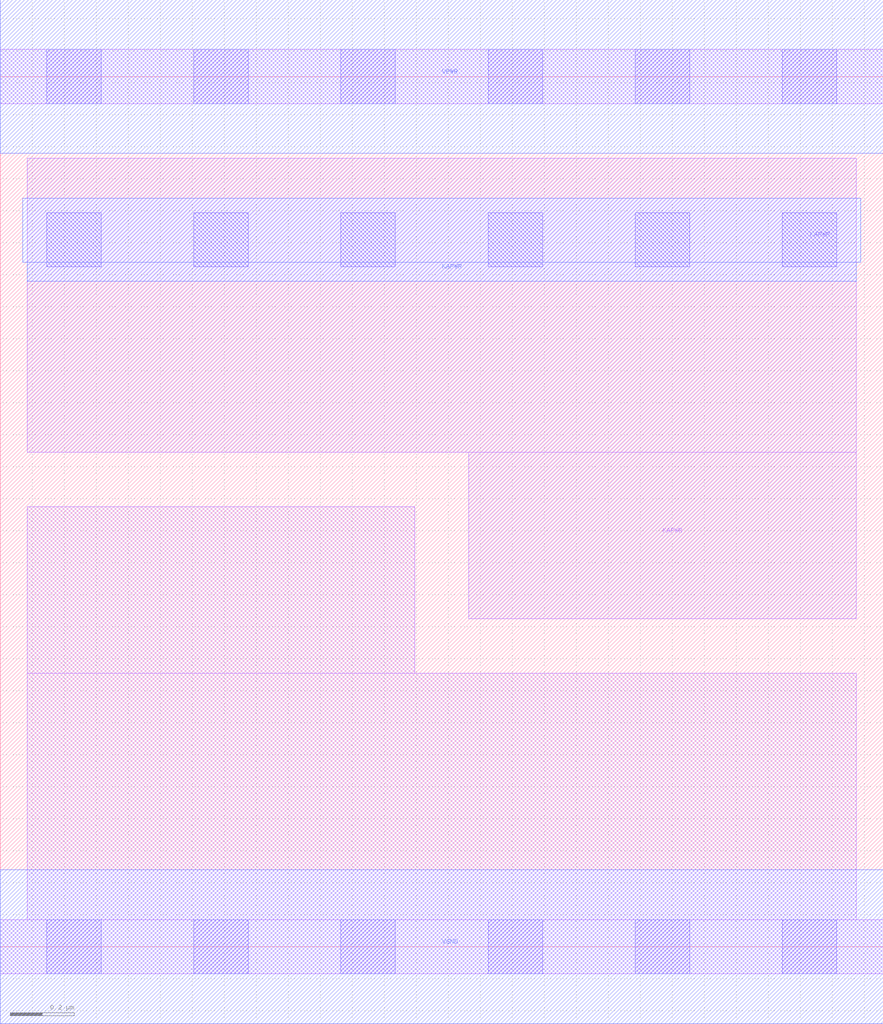
<source format=lef>
# Copyright 2020 The SkyWater PDK Authors
#
# Licensed under the Apache License, Version 2.0 (the "License");
# you may not use this file except in compliance with the License.
# You may obtain a copy of the License at
#
#     https://www.apache.org/licenses/LICENSE-2.0
#
# Unless required by applicable law or agreed to in writing, software
# distributed under the License is distributed on an "AS IS" BASIS,
# WITHOUT WARRANTIES OR CONDITIONS OF ANY KIND, either express or implied.
# See the License for the specific language governing permissions and
# limitations under the License.
#
# SPDX-License-Identifier: Apache-2.0

VERSION 5.7 ;
  NAMESCASESENSITIVE ON ;
  NOWIREEXTENSIONATPIN ON ;
  DIVIDERCHAR "/" ;
  BUSBITCHARS "[]" ;
UNITS
  DATABASE MICRONS 200 ;
END UNITS
MACRO sky130_fd_sc_hd__lpflow_decapkapwr_6
  CLASS CORE ;
  SOURCE USER ;
  FOREIGN sky130_fd_sc_hd__lpflow_decapkapwr_6 ;
  ORIGIN  0.000000  0.000000 ;
  SIZE  2.760000 BY  2.720000 ;
  SYMMETRY X Y R90 ;
  SITE unithd ;
  PIN KAPWR
    DIRECTION INOUT ;
    SHAPE ABUTMENT ;
    USE POWER ;
    PORT
      LAYER li1 ;
        RECT 0.085000 1.545000 2.675000 2.465000 ;
        RECT 1.465000 1.025000 2.675000 1.545000 ;
      LAYER mcon ;
        RECT 0.145000 2.125000 0.315000 2.295000 ;
        RECT 0.605000 2.125000 0.775000 2.295000 ;
        RECT 1.065000 2.125000 1.235000 2.295000 ;
        RECT 1.525000 2.125000 1.695000 2.295000 ;
        RECT 1.985000 2.125000 2.155000 2.295000 ;
        RECT 2.445000 2.125000 2.615000 2.295000 ;
    END
    PORT
      LAYER met1 ;
        RECT 0.070000 2.140000 2.690000 2.340000 ;
        RECT 0.085000 2.080000 2.675000 2.140000 ;
    END
  END KAPWR
  PIN VGND
    DIRECTION INOUT ;
    SHAPE ABUTMENT ;
    USE GROUND ;
    PORT
      LAYER met1 ;
        RECT 0.000000 -0.240000 2.760000 0.240000 ;
    END
  END VGND
  PIN VPWR
    DIRECTION INOUT ;
    SHAPE ABUTMENT ;
    USE POWER ;
    PORT
      LAYER met1 ;
        RECT 0.000000 2.480000 2.760000 2.960000 ;
    END
  END VPWR
  OBS
    LAYER li1 ;
      RECT 0.000000 -0.085000 2.760000 0.085000 ;
      RECT 0.000000  2.635000 2.760000 2.805000 ;
      RECT 0.085000  0.085000 2.675000 0.855000 ;
      RECT 0.085000  0.855000 1.295000 1.375000 ;
    LAYER mcon ;
      RECT 0.145000 -0.085000 0.315000 0.085000 ;
      RECT 0.145000  2.635000 0.315000 2.805000 ;
      RECT 0.605000 -0.085000 0.775000 0.085000 ;
      RECT 0.605000  2.635000 0.775000 2.805000 ;
      RECT 1.065000 -0.085000 1.235000 0.085000 ;
      RECT 1.065000  2.635000 1.235000 2.805000 ;
      RECT 1.525000 -0.085000 1.695000 0.085000 ;
      RECT 1.525000  2.635000 1.695000 2.805000 ;
      RECT 1.985000 -0.085000 2.155000 0.085000 ;
      RECT 1.985000  2.635000 2.155000 2.805000 ;
      RECT 2.445000 -0.085000 2.615000 0.085000 ;
      RECT 2.445000  2.635000 2.615000 2.805000 ;
  END
END sky130_fd_sc_hd__lpflow_decapkapwr_6

</source>
